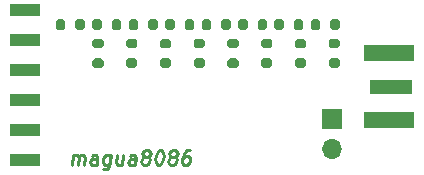
<source format=gbr>
%TF.GenerationSoftware,KiCad,Pcbnew,(5.1.10)-1*%
%TF.CreationDate,2021-08-13T02:35:10+08:00*%
%TF.ProjectId,Pmod-8bitDAC-R-2R,506d6f64-2d38-4626-9974-4441432d522d,rev?*%
%TF.SameCoordinates,Original*%
%TF.FileFunction,Soldermask,Top*%
%TF.FilePolarity,Negative*%
%FSLAX46Y46*%
G04 Gerber Fmt 4.6, Leading zero omitted, Abs format (unit mm)*
G04 Created by KiCad (PCBNEW (5.1.10)-1) date 2021-08-13 02:35:10*
%MOMM*%
%LPD*%
G01*
G04 APERTURE LIST*
%ADD10C,0.250000*%
%ADD11R,3.600000X1.270000*%
%ADD12R,4.200000X1.350000*%
%ADD13R,2.500000X1.000000*%
%ADD14O,1.700000X1.700000*%
%ADD15R,1.700000X1.700000*%
G04 APERTURE END LIST*
D10*
X119134301Y-127441257D02*
X119234301Y-126641257D01*
X119220016Y-126755542D02*
X119284301Y-126698400D01*
X119405730Y-126641257D01*
X119577158Y-126641257D01*
X119684301Y-126698400D01*
X119727158Y-126812685D01*
X119648587Y-127441257D01*
X119727158Y-126812685D02*
X119798587Y-126698400D01*
X119920016Y-126641257D01*
X120091444Y-126641257D01*
X120198587Y-126698400D01*
X120241444Y-126812685D01*
X120162873Y-127441257D01*
X121248587Y-127441257D02*
X121327158Y-126812685D01*
X121284301Y-126698400D01*
X121177158Y-126641257D01*
X120948587Y-126641257D01*
X120827158Y-126698400D01*
X121255730Y-127384114D02*
X121134301Y-127441257D01*
X120848587Y-127441257D01*
X120741444Y-127384114D01*
X120698587Y-127269828D01*
X120712873Y-127155542D01*
X120784301Y-127041257D01*
X120905730Y-126984114D01*
X121191444Y-126984114D01*
X121312873Y-126926971D01*
X122434301Y-126641257D02*
X122312873Y-127612685D01*
X122241444Y-127726971D01*
X122177158Y-127784114D01*
X122055730Y-127841257D01*
X121884301Y-127841257D01*
X121777158Y-127784114D01*
X122341444Y-127384114D02*
X122220016Y-127441257D01*
X121991444Y-127441257D01*
X121884301Y-127384114D01*
X121834301Y-127326971D01*
X121791444Y-127212685D01*
X121834301Y-126869828D01*
X121905730Y-126755542D01*
X121970016Y-126698400D01*
X122091444Y-126641257D01*
X122320016Y-126641257D01*
X122427158Y-126698400D01*
X123520016Y-126641257D02*
X123420016Y-127441257D01*
X123005730Y-126641257D02*
X122927158Y-127269828D01*
X122970016Y-127384114D01*
X123077158Y-127441257D01*
X123248587Y-127441257D01*
X123370016Y-127384114D01*
X123434301Y-127326971D01*
X124505730Y-127441257D02*
X124584301Y-126812685D01*
X124541444Y-126698400D01*
X124434301Y-126641257D01*
X124205730Y-126641257D01*
X124084301Y-126698400D01*
X124512873Y-127384114D02*
X124391444Y-127441257D01*
X124105730Y-127441257D01*
X123998587Y-127384114D01*
X123955730Y-127269828D01*
X123970016Y-127155542D01*
X124041444Y-127041257D01*
X124162873Y-126984114D01*
X124448587Y-126984114D01*
X124570016Y-126926971D01*
X125334301Y-126755542D02*
X125227158Y-126698400D01*
X125177158Y-126641257D01*
X125134301Y-126526971D01*
X125141444Y-126469828D01*
X125212873Y-126355542D01*
X125277158Y-126298400D01*
X125398587Y-126241257D01*
X125627158Y-126241257D01*
X125734301Y-126298400D01*
X125784301Y-126355542D01*
X125827158Y-126469828D01*
X125820016Y-126526971D01*
X125748587Y-126641257D01*
X125684301Y-126698400D01*
X125562873Y-126755542D01*
X125334301Y-126755542D01*
X125212873Y-126812685D01*
X125148587Y-126869828D01*
X125077158Y-126984114D01*
X125048587Y-127212685D01*
X125091444Y-127326971D01*
X125141444Y-127384114D01*
X125248587Y-127441257D01*
X125477158Y-127441257D01*
X125598587Y-127384114D01*
X125662873Y-127326971D01*
X125734301Y-127212685D01*
X125762873Y-126984114D01*
X125720016Y-126869828D01*
X125670016Y-126812685D01*
X125562873Y-126755542D01*
X126598587Y-126241257D02*
X126712873Y-126241257D01*
X126820016Y-126298400D01*
X126870016Y-126355542D01*
X126912873Y-126469828D01*
X126941444Y-126698400D01*
X126905730Y-126984114D01*
X126820016Y-127212685D01*
X126748587Y-127326971D01*
X126684301Y-127384114D01*
X126562873Y-127441257D01*
X126448587Y-127441257D01*
X126341444Y-127384114D01*
X126291444Y-127326971D01*
X126248587Y-127212685D01*
X126220016Y-126984114D01*
X126255730Y-126698400D01*
X126341444Y-126469828D01*
X126412873Y-126355542D01*
X126477158Y-126298400D01*
X126598587Y-126241257D01*
X127620016Y-126755542D02*
X127512873Y-126698400D01*
X127462873Y-126641257D01*
X127420016Y-126526971D01*
X127427158Y-126469828D01*
X127498587Y-126355542D01*
X127562873Y-126298400D01*
X127684301Y-126241257D01*
X127912873Y-126241257D01*
X128020016Y-126298400D01*
X128070016Y-126355542D01*
X128112873Y-126469828D01*
X128105730Y-126526971D01*
X128034301Y-126641257D01*
X127970016Y-126698400D01*
X127848587Y-126755542D01*
X127620016Y-126755542D01*
X127498587Y-126812685D01*
X127434301Y-126869828D01*
X127362873Y-126984114D01*
X127334301Y-127212685D01*
X127377158Y-127326971D01*
X127427158Y-127384114D01*
X127534301Y-127441257D01*
X127762873Y-127441257D01*
X127884301Y-127384114D01*
X127948587Y-127326971D01*
X128020016Y-127212685D01*
X128048587Y-126984114D01*
X128005730Y-126869828D01*
X127955730Y-126812685D01*
X127848587Y-126755542D01*
X129170016Y-126241257D02*
X128941444Y-126241257D01*
X128820016Y-126298400D01*
X128755730Y-126355542D01*
X128620016Y-126526971D01*
X128534301Y-126755542D01*
X128477158Y-127212685D01*
X128520016Y-127326971D01*
X128570016Y-127384114D01*
X128677158Y-127441257D01*
X128905730Y-127441257D01*
X129027158Y-127384114D01*
X129091444Y-127326971D01*
X129162873Y-127212685D01*
X129198587Y-126926971D01*
X129155730Y-126812685D01*
X129105730Y-126755542D01*
X128998587Y-126698400D01*
X128770016Y-126698400D01*
X128648587Y-126755542D01*
X128584301Y-126812685D01*
X128512873Y-126926971D01*
D11*
%TO.C,J2*%
X146211900Y-120827800D03*
D12*
X146011900Y-118002800D03*
X146011900Y-123652800D03*
%TD*%
D13*
%TO.C,PMOD1*%
X115182400Y-114350800D03*
X115182400Y-116890800D03*
X115182400Y-119430800D03*
X115182400Y-121970800D03*
X115182400Y-124510800D03*
X115182400Y-127050800D03*
%TD*%
%TO.C,R16*%
G36*
G01*
X141649400Y-117596100D02*
X141099400Y-117596100D01*
G75*
G02*
X140899400Y-117396100I0J200000D01*
G01*
X140899400Y-116996100D01*
G75*
G02*
X141099400Y-116796100I200000J0D01*
G01*
X141649400Y-116796100D01*
G75*
G02*
X141849400Y-116996100I0J-200000D01*
G01*
X141849400Y-117396100D01*
G75*
G02*
X141649400Y-117596100I-200000J0D01*
G01*
G37*
G36*
G01*
X141649400Y-119246100D02*
X141099400Y-119246100D01*
G75*
G02*
X140899400Y-119046100I0J200000D01*
G01*
X140899400Y-118646100D01*
G75*
G02*
X141099400Y-118446100I200000J0D01*
G01*
X141649400Y-118446100D01*
G75*
G02*
X141849400Y-118646100I0J-200000D01*
G01*
X141849400Y-119046100D01*
G75*
G02*
X141649400Y-119246100I-200000J0D01*
G01*
G37*
%TD*%
%TO.C,R15*%
G36*
G01*
X141049400Y-115870400D02*
X141049400Y-115320400D01*
G75*
G02*
X141249400Y-115120400I200000J0D01*
G01*
X141649400Y-115120400D01*
G75*
G02*
X141849400Y-115320400I0J-200000D01*
G01*
X141849400Y-115870400D01*
G75*
G02*
X141649400Y-116070400I-200000J0D01*
G01*
X141249400Y-116070400D01*
G75*
G02*
X141049400Y-115870400I0J200000D01*
G01*
G37*
G36*
G01*
X139399400Y-115870400D02*
X139399400Y-115320400D01*
G75*
G02*
X139599400Y-115120400I200000J0D01*
G01*
X139999400Y-115120400D01*
G75*
G02*
X140199400Y-115320400I0J-200000D01*
G01*
X140199400Y-115870400D01*
G75*
G02*
X139999400Y-116070400I-200000J0D01*
G01*
X139599400Y-116070400D01*
G75*
G02*
X139399400Y-115870400I0J200000D01*
G01*
G37*
%TD*%
%TO.C,R14*%
G36*
G01*
X138792252Y-117596100D02*
X138242252Y-117596100D01*
G75*
G02*
X138042252Y-117396100I0J200000D01*
G01*
X138042252Y-116996100D01*
G75*
G02*
X138242252Y-116796100I200000J0D01*
G01*
X138792252Y-116796100D01*
G75*
G02*
X138992252Y-116996100I0J-200000D01*
G01*
X138992252Y-117396100D01*
G75*
G02*
X138792252Y-117596100I-200000J0D01*
G01*
G37*
G36*
G01*
X138792252Y-119246100D02*
X138242252Y-119246100D01*
G75*
G02*
X138042252Y-119046100I0J200000D01*
G01*
X138042252Y-118646100D01*
G75*
G02*
X138242252Y-118446100I200000J0D01*
G01*
X138792252Y-118446100D01*
G75*
G02*
X138992252Y-118646100I0J-200000D01*
G01*
X138992252Y-119046100D01*
G75*
G02*
X138792252Y-119246100I-200000J0D01*
G01*
G37*
%TD*%
%TO.C,R13*%
G36*
G01*
X137966065Y-115870400D02*
X137966065Y-115320400D01*
G75*
G02*
X138166065Y-115120400I200000J0D01*
G01*
X138566065Y-115120400D01*
G75*
G02*
X138766065Y-115320400I0J-200000D01*
G01*
X138766065Y-115870400D01*
G75*
G02*
X138566065Y-116070400I-200000J0D01*
G01*
X138166065Y-116070400D01*
G75*
G02*
X137966065Y-115870400I0J200000D01*
G01*
G37*
G36*
G01*
X136316065Y-115870400D02*
X136316065Y-115320400D01*
G75*
G02*
X136516065Y-115120400I200000J0D01*
G01*
X136916065Y-115120400D01*
G75*
G02*
X137116065Y-115320400I0J-200000D01*
G01*
X137116065Y-115870400D01*
G75*
G02*
X136916065Y-116070400I-200000J0D01*
G01*
X136516065Y-116070400D01*
G75*
G02*
X136316065Y-115870400I0J200000D01*
G01*
G37*
%TD*%
%TO.C,R12*%
G36*
G01*
X135935110Y-117596100D02*
X135385110Y-117596100D01*
G75*
G02*
X135185110Y-117396100I0J200000D01*
G01*
X135185110Y-116996100D01*
G75*
G02*
X135385110Y-116796100I200000J0D01*
G01*
X135935110Y-116796100D01*
G75*
G02*
X136135110Y-116996100I0J-200000D01*
G01*
X136135110Y-117396100D01*
G75*
G02*
X135935110Y-117596100I-200000J0D01*
G01*
G37*
G36*
G01*
X135935110Y-119246100D02*
X135385110Y-119246100D01*
G75*
G02*
X135185110Y-119046100I0J200000D01*
G01*
X135185110Y-118646100D01*
G75*
G02*
X135385110Y-118446100I200000J0D01*
G01*
X135935110Y-118446100D01*
G75*
G02*
X136135110Y-118646100I0J-200000D01*
G01*
X136135110Y-119046100D01*
G75*
G02*
X135935110Y-119246100I-200000J0D01*
G01*
G37*
%TD*%
%TO.C,R11*%
G36*
G01*
X134882732Y-115870400D02*
X134882732Y-115320400D01*
G75*
G02*
X135082732Y-115120400I200000J0D01*
G01*
X135482732Y-115120400D01*
G75*
G02*
X135682732Y-115320400I0J-200000D01*
G01*
X135682732Y-115870400D01*
G75*
G02*
X135482732Y-116070400I-200000J0D01*
G01*
X135082732Y-116070400D01*
G75*
G02*
X134882732Y-115870400I0J200000D01*
G01*
G37*
G36*
G01*
X133232732Y-115870400D02*
X133232732Y-115320400D01*
G75*
G02*
X133432732Y-115120400I200000J0D01*
G01*
X133832732Y-115120400D01*
G75*
G02*
X134032732Y-115320400I0J-200000D01*
G01*
X134032732Y-115870400D01*
G75*
G02*
X133832732Y-116070400I-200000J0D01*
G01*
X133432732Y-116070400D01*
G75*
G02*
X133232732Y-115870400I0J200000D01*
G01*
G37*
%TD*%
%TO.C,R10*%
G36*
G01*
X133077968Y-117596100D02*
X132527968Y-117596100D01*
G75*
G02*
X132327968Y-117396100I0J200000D01*
G01*
X132327968Y-116996100D01*
G75*
G02*
X132527968Y-116796100I200000J0D01*
G01*
X133077968Y-116796100D01*
G75*
G02*
X133277968Y-116996100I0J-200000D01*
G01*
X133277968Y-117396100D01*
G75*
G02*
X133077968Y-117596100I-200000J0D01*
G01*
G37*
G36*
G01*
X133077968Y-119246100D02*
X132527968Y-119246100D01*
G75*
G02*
X132327968Y-119046100I0J200000D01*
G01*
X132327968Y-118646100D01*
G75*
G02*
X132527968Y-118446100I200000J0D01*
G01*
X133077968Y-118446100D01*
G75*
G02*
X133277968Y-118646100I0J-200000D01*
G01*
X133277968Y-119046100D01*
G75*
G02*
X133077968Y-119246100I-200000J0D01*
G01*
G37*
%TD*%
%TO.C,R9*%
G36*
G01*
X131799399Y-115870400D02*
X131799399Y-115320400D01*
G75*
G02*
X131999399Y-115120400I200000J0D01*
G01*
X132399399Y-115120400D01*
G75*
G02*
X132599399Y-115320400I0J-200000D01*
G01*
X132599399Y-115870400D01*
G75*
G02*
X132399399Y-116070400I-200000J0D01*
G01*
X131999399Y-116070400D01*
G75*
G02*
X131799399Y-115870400I0J200000D01*
G01*
G37*
G36*
G01*
X130149399Y-115870400D02*
X130149399Y-115320400D01*
G75*
G02*
X130349399Y-115120400I200000J0D01*
G01*
X130749399Y-115120400D01*
G75*
G02*
X130949399Y-115320400I0J-200000D01*
G01*
X130949399Y-115870400D01*
G75*
G02*
X130749399Y-116070400I-200000J0D01*
G01*
X130349399Y-116070400D01*
G75*
G02*
X130149399Y-115870400I0J200000D01*
G01*
G37*
%TD*%
%TO.C,R8*%
G36*
G01*
X130220826Y-117596100D02*
X129670826Y-117596100D01*
G75*
G02*
X129470826Y-117396100I0J200000D01*
G01*
X129470826Y-116996100D01*
G75*
G02*
X129670826Y-116796100I200000J0D01*
G01*
X130220826Y-116796100D01*
G75*
G02*
X130420826Y-116996100I0J-200000D01*
G01*
X130420826Y-117396100D01*
G75*
G02*
X130220826Y-117596100I-200000J0D01*
G01*
G37*
G36*
G01*
X130220826Y-119246100D02*
X129670826Y-119246100D01*
G75*
G02*
X129470826Y-119046100I0J200000D01*
G01*
X129470826Y-118646100D01*
G75*
G02*
X129670826Y-118446100I200000J0D01*
G01*
X130220826Y-118446100D01*
G75*
G02*
X130420826Y-118646100I0J-200000D01*
G01*
X130420826Y-119046100D01*
G75*
G02*
X130220826Y-119246100I-200000J0D01*
G01*
G37*
%TD*%
%TO.C,R7*%
G36*
G01*
X128716066Y-115870400D02*
X128716066Y-115320400D01*
G75*
G02*
X128916066Y-115120400I200000J0D01*
G01*
X129316066Y-115120400D01*
G75*
G02*
X129516066Y-115320400I0J-200000D01*
G01*
X129516066Y-115870400D01*
G75*
G02*
X129316066Y-116070400I-200000J0D01*
G01*
X128916066Y-116070400D01*
G75*
G02*
X128716066Y-115870400I0J200000D01*
G01*
G37*
G36*
G01*
X127066066Y-115870400D02*
X127066066Y-115320400D01*
G75*
G02*
X127266066Y-115120400I200000J0D01*
G01*
X127666066Y-115120400D01*
G75*
G02*
X127866066Y-115320400I0J-200000D01*
G01*
X127866066Y-115870400D01*
G75*
G02*
X127666066Y-116070400I-200000J0D01*
G01*
X127266066Y-116070400D01*
G75*
G02*
X127066066Y-115870400I0J200000D01*
G01*
G37*
%TD*%
%TO.C,R6*%
G36*
G01*
X127363684Y-117596100D02*
X126813684Y-117596100D01*
G75*
G02*
X126613684Y-117396100I0J200000D01*
G01*
X126613684Y-116996100D01*
G75*
G02*
X126813684Y-116796100I200000J0D01*
G01*
X127363684Y-116796100D01*
G75*
G02*
X127563684Y-116996100I0J-200000D01*
G01*
X127563684Y-117396100D01*
G75*
G02*
X127363684Y-117596100I-200000J0D01*
G01*
G37*
G36*
G01*
X127363684Y-119246100D02*
X126813684Y-119246100D01*
G75*
G02*
X126613684Y-119046100I0J200000D01*
G01*
X126613684Y-118646100D01*
G75*
G02*
X126813684Y-118446100I200000J0D01*
G01*
X127363684Y-118446100D01*
G75*
G02*
X127563684Y-118646100I0J-200000D01*
G01*
X127563684Y-119046100D01*
G75*
G02*
X127363684Y-119246100I-200000J0D01*
G01*
G37*
%TD*%
%TO.C,R5*%
G36*
G01*
X125632733Y-115870400D02*
X125632733Y-115320400D01*
G75*
G02*
X125832733Y-115120400I200000J0D01*
G01*
X126232733Y-115120400D01*
G75*
G02*
X126432733Y-115320400I0J-200000D01*
G01*
X126432733Y-115870400D01*
G75*
G02*
X126232733Y-116070400I-200000J0D01*
G01*
X125832733Y-116070400D01*
G75*
G02*
X125632733Y-115870400I0J200000D01*
G01*
G37*
G36*
G01*
X123982733Y-115870400D02*
X123982733Y-115320400D01*
G75*
G02*
X124182733Y-115120400I200000J0D01*
G01*
X124582733Y-115120400D01*
G75*
G02*
X124782733Y-115320400I0J-200000D01*
G01*
X124782733Y-115870400D01*
G75*
G02*
X124582733Y-116070400I-200000J0D01*
G01*
X124182733Y-116070400D01*
G75*
G02*
X123982733Y-115870400I0J200000D01*
G01*
G37*
%TD*%
%TO.C,R4*%
G36*
G01*
X124506542Y-117596100D02*
X123956542Y-117596100D01*
G75*
G02*
X123756542Y-117396100I0J200000D01*
G01*
X123756542Y-116996100D01*
G75*
G02*
X123956542Y-116796100I200000J0D01*
G01*
X124506542Y-116796100D01*
G75*
G02*
X124706542Y-116996100I0J-200000D01*
G01*
X124706542Y-117396100D01*
G75*
G02*
X124506542Y-117596100I-200000J0D01*
G01*
G37*
G36*
G01*
X124506542Y-119246100D02*
X123956542Y-119246100D01*
G75*
G02*
X123756542Y-119046100I0J200000D01*
G01*
X123756542Y-118646100D01*
G75*
G02*
X123956542Y-118446100I200000J0D01*
G01*
X124506542Y-118446100D01*
G75*
G02*
X124706542Y-118646100I0J-200000D01*
G01*
X124706542Y-119046100D01*
G75*
G02*
X124506542Y-119246100I-200000J0D01*
G01*
G37*
%TD*%
%TO.C,R3*%
G36*
G01*
X122549400Y-115870400D02*
X122549400Y-115320400D01*
G75*
G02*
X122749400Y-115120400I200000J0D01*
G01*
X123149400Y-115120400D01*
G75*
G02*
X123349400Y-115320400I0J-200000D01*
G01*
X123349400Y-115870400D01*
G75*
G02*
X123149400Y-116070400I-200000J0D01*
G01*
X122749400Y-116070400D01*
G75*
G02*
X122549400Y-115870400I0J200000D01*
G01*
G37*
G36*
G01*
X120899400Y-115870400D02*
X120899400Y-115320400D01*
G75*
G02*
X121099400Y-115120400I200000J0D01*
G01*
X121499400Y-115120400D01*
G75*
G02*
X121699400Y-115320400I0J-200000D01*
G01*
X121699400Y-115870400D01*
G75*
G02*
X121499400Y-116070400I-200000J0D01*
G01*
X121099400Y-116070400D01*
G75*
G02*
X120899400Y-115870400I0J200000D01*
G01*
G37*
%TD*%
%TO.C,R2*%
G36*
G01*
X118612100Y-115320400D02*
X118612100Y-115870400D01*
G75*
G02*
X118412100Y-116070400I-200000J0D01*
G01*
X118012100Y-116070400D01*
G75*
G02*
X117812100Y-115870400I0J200000D01*
G01*
X117812100Y-115320400D01*
G75*
G02*
X118012100Y-115120400I200000J0D01*
G01*
X118412100Y-115120400D01*
G75*
G02*
X118612100Y-115320400I0J-200000D01*
G01*
G37*
G36*
G01*
X120262100Y-115320400D02*
X120262100Y-115870400D01*
G75*
G02*
X120062100Y-116070400I-200000J0D01*
G01*
X119662100Y-116070400D01*
G75*
G02*
X119462100Y-115870400I0J200000D01*
G01*
X119462100Y-115320400D01*
G75*
G02*
X119662100Y-115120400I200000J0D01*
G01*
X120062100Y-115120400D01*
G75*
G02*
X120262100Y-115320400I0J-200000D01*
G01*
G37*
%TD*%
%TO.C,R1*%
G36*
G01*
X121649400Y-117596100D02*
X121099400Y-117596100D01*
G75*
G02*
X120899400Y-117396100I0J200000D01*
G01*
X120899400Y-116996100D01*
G75*
G02*
X121099400Y-116796100I200000J0D01*
G01*
X121649400Y-116796100D01*
G75*
G02*
X121849400Y-116996100I0J-200000D01*
G01*
X121849400Y-117396100D01*
G75*
G02*
X121649400Y-117596100I-200000J0D01*
G01*
G37*
G36*
G01*
X121649400Y-119246100D02*
X121099400Y-119246100D01*
G75*
G02*
X120899400Y-119046100I0J200000D01*
G01*
X120899400Y-118646100D01*
G75*
G02*
X121099400Y-118446100I200000J0D01*
G01*
X121649400Y-118446100D01*
G75*
G02*
X121849400Y-118646100I0J-200000D01*
G01*
X121849400Y-119046100D01*
G75*
G02*
X121649400Y-119246100I-200000J0D01*
G01*
G37*
%TD*%
D14*
%TO.C,J1*%
X141185900Y-126123700D03*
D15*
X141185900Y-123583700D03*
%TD*%
M02*

</source>
